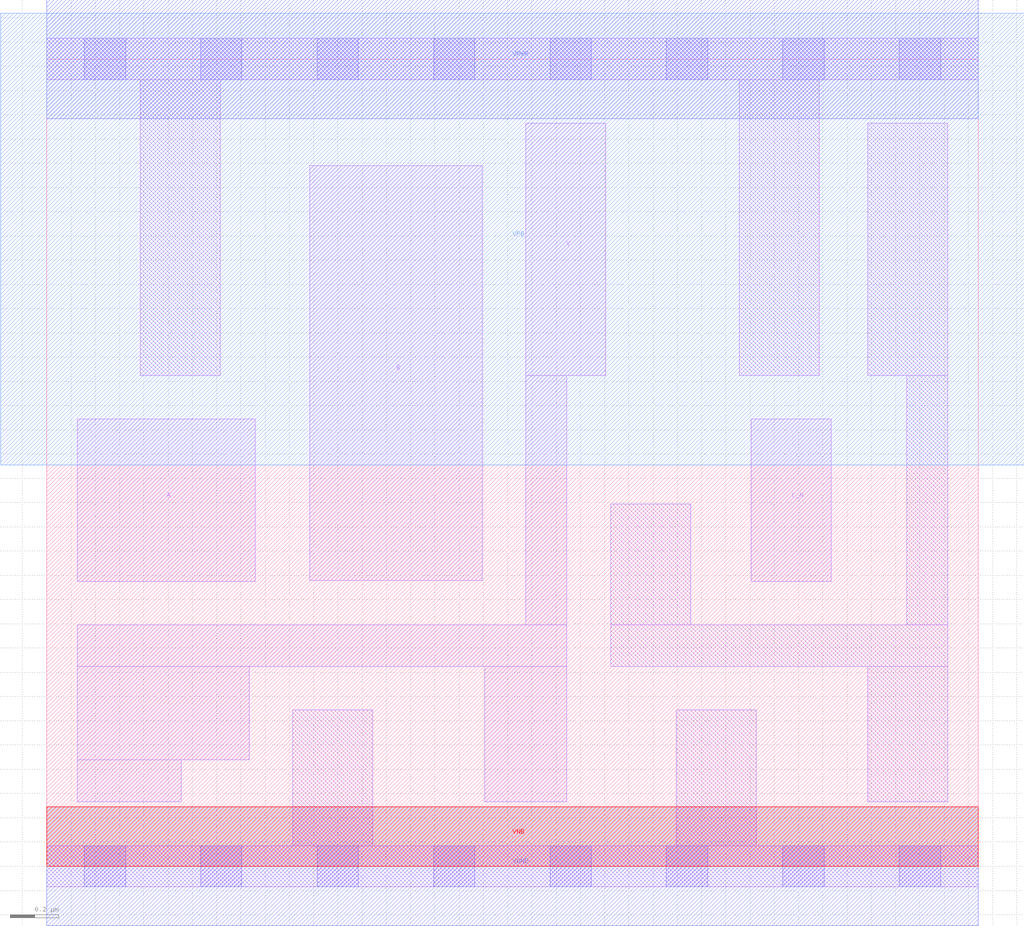
<source format=lef>
# Copyright 2020 The SkyWater PDK Authors
#
# Licensed under the Apache License, Version 2.0 (the "License");
# you may not use this file except in compliance with the License.
# You may obtain a copy of the License at
#
#     https://www.apache.org/licenses/LICENSE-2.0
#
# Unless required by applicable law or agreed to in writing, software
# distributed under the License is distributed on an "AS IS" BASIS,
# WITHOUT WARRANTIES OR CONDITIONS OF ANY KIND, either express or implied.
# See the License for the specific language governing permissions and
# limitations under the License.
#
# SPDX-License-Identifier: Apache-2.0

VERSION 5.7 ;
  NOWIREEXTENSIONATPIN ON ;
  DIVIDERCHAR "/" ;
  BUSBITCHARS "[]" ;
MACRO sky130_fd_sc_lp__nor3b_lp
  CLASS CORE ;
  FOREIGN sky130_fd_sc_lp__nor3b_lp ;
  ORIGIN  0.000000  0.000000 ;
  SIZE  3.840000 BY  3.330000 ;
  SYMMETRY X Y R90 ;
  SITE unit ;
  PIN A
    ANTENNAGATEAREA  0.376000 ;
    DIRECTION INPUT ;
    USE SIGNAL ;
    PORT
      LAYER li1 ;
        RECT 0.125000 1.175000 0.860000 1.845000 ;
    END
  END A
  PIN B
    ANTENNAGATEAREA  0.376000 ;
    DIRECTION INPUT ;
    USE SIGNAL ;
    PORT
      LAYER li1 ;
        RECT 1.085000 1.180000 1.795000 2.890000 ;
    END
  END B
  PIN C_N
    ANTENNAGATEAREA  0.376000 ;
    DIRECTION INPUT ;
    USE SIGNAL ;
    PORT
      LAYER li1 ;
        RECT 2.905000 1.175000 3.235000 1.845000 ;
    END
  END C_N
  PIN Y
    ANTENNADIFFAREA  0.522300 ;
    DIRECTION OUTPUT ;
    USE SIGNAL ;
    PORT
      LAYER li1 ;
        RECT 0.125000 0.265000 0.555000 0.440000 ;
        RECT 0.125000 0.440000 0.835000 0.825000 ;
        RECT 0.125000 0.825000 2.145000 0.995000 ;
        RECT 1.805000 0.265000 2.145000 0.825000 ;
        RECT 1.975000 0.995000 2.145000 2.025000 ;
        RECT 1.975000 2.025000 2.305000 3.065000 ;
    END
  END Y
  PIN VGND
    DIRECTION INOUT ;
    USE GROUND ;
    PORT
      LAYER met1 ;
        RECT 0.000000 -0.245000 3.840000 0.245000 ;
    END
  END VGND
  PIN VNB
    DIRECTION INOUT ;
    USE GROUND ;
    PORT
      LAYER pwell ;
        RECT 0.000000 0.000000 3.840000 0.245000 ;
    END
  END VNB
  PIN VPB
    DIRECTION INOUT ;
    USE POWER ;
    PORT
      LAYER nwell ;
        RECT -0.190000 1.655000 4.030000 3.520000 ;
    END
  END VPB
  PIN VPWR
    DIRECTION INOUT ;
    USE POWER ;
    PORT
      LAYER met1 ;
        RECT 0.000000 3.085000 3.840000 3.575000 ;
    END
  END VPWR
  OBS
    LAYER li1 ;
      RECT 0.000000 -0.085000 3.840000 0.085000 ;
      RECT 0.000000  3.245000 3.840000 3.415000 ;
      RECT 0.385000  2.025000 0.715000 3.245000 ;
      RECT 1.015000  0.085000 1.345000 0.645000 ;
      RECT 2.325000  0.825000 3.715000 0.995000 ;
      RECT 2.325000  0.995000 2.655000 1.495000 ;
      RECT 2.595000  0.085000 2.925000 0.645000 ;
      RECT 2.855000  2.025000 3.185000 3.245000 ;
      RECT 3.385000  0.265000 3.715000 0.825000 ;
      RECT 3.385000  2.025000 3.715000 3.065000 ;
      RECT 3.545000  0.995000 3.715000 2.025000 ;
    LAYER mcon ;
      RECT 0.155000 -0.085000 0.325000 0.085000 ;
      RECT 0.155000  3.245000 0.325000 3.415000 ;
      RECT 0.635000 -0.085000 0.805000 0.085000 ;
      RECT 0.635000  3.245000 0.805000 3.415000 ;
      RECT 1.115000 -0.085000 1.285000 0.085000 ;
      RECT 1.115000  3.245000 1.285000 3.415000 ;
      RECT 1.595000 -0.085000 1.765000 0.085000 ;
      RECT 1.595000  3.245000 1.765000 3.415000 ;
      RECT 2.075000 -0.085000 2.245000 0.085000 ;
      RECT 2.075000  3.245000 2.245000 3.415000 ;
      RECT 2.555000 -0.085000 2.725000 0.085000 ;
      RECT 2.555000  3.245000 2.725000 3.415000 ;
      RECT 3.035000 -0.085000 3.205000 0.085000 ;
      RECT 3.035000  3.245000 3.205000 3.415000 ;
      RECT 3.515000 -0.085000 3.685000 0.085000 ;
      RECT 3.515000  3.245000 3.685000 3.415000 ;
  END
END sky130_fd_sc_lp__nor3b_lp
END LIBRARY

</source>
